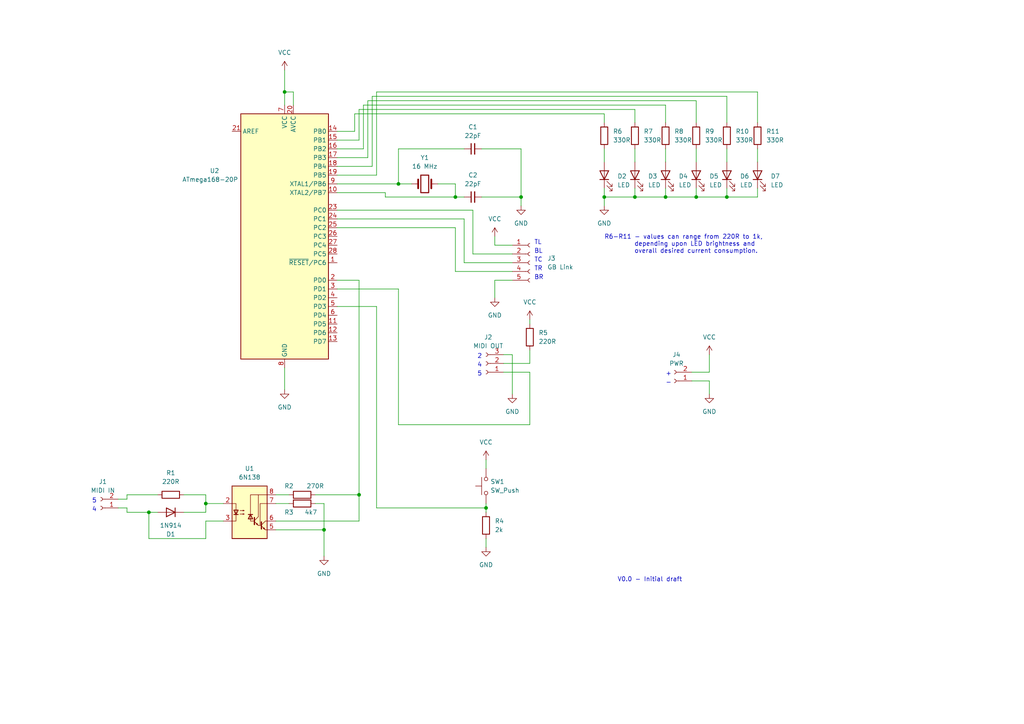
<source format=kicad_sch>
(kicad_sch (version 20211123) (generator eeschema)
  (paper "A4")
  (lib_symbols
    (symbol "Connector:Conn_01x02_Female" (pin_names (offset 1.016) hide)
      (property "Reference" "J" (at 0 2.54 0))
      (property "Value" "Conn_01x02_Female" (at 0 -5.08 0))
      (symbol "Conn_01x02_Female_1_1"
        (arc (start 0 -2.032) (mid -0.508 -2.54) (end 0 -3.048) (stroke (width 0.1524)))
        (polyline (pts (xy -1.27 -2.54) (xy -0.508 -2.54)) (stroke (width 0.1524)))
        (polyline (pts (xy -1.27 0) (xy -0.508 0)) (stroke (width 0.1524)))
        (arc (start 0 0.508) (mid -0.508 0) (end 0 -0.508) (stroke (width 0.1524)))
        (pin passive line (at -5.08 0 0) (length 3.81) (name "Pin_1") (number "1"))
        (pin passive line (at -5.08 -2.54 0) (length 3.81) (name "Pin_2") (number "2"))
      )
    )
    (symbol "Connector:Conn_01x03_Female" (pin_names (offset 1.016) hide)
      (property "Reference" "J" (at 0 5.08 0))
      (property "Value" "Conn_01x03_Female" (at 0 -5.08 0))
      (symbol "Conn_01x03_Female_1_1"
        (arc (start 0 -2.032) (mid -0.508 -2.54) (end 0 -3.048) (stroke (width 0.1524)))
        (polyline (pts (xy -1.27 -2.54) (xy -0.508 -2.54)) (stroke (width 0.1524)))
        (polyline (pts (xy -1.27 0) (xy -0.508 0)) (stroke (width 0.1524)))
        (polyline (pts (xy -1.27 2.54) (xy -0.508 2.54)) (stroke (width 0.1524)))
        (arc (start 0 0.508) (mid -0.508 0) (end 0 -0.508) (stroke (width 0.1524)))
        (arc (start 0 3.048) (mid -0.508 2.54) (end 0 2.032) (stroke (width 0.1524)))
        (pin passive line (at -5.08 2.54 0) (length 3.81) (name "Pin_1") (number "1"))
        (pin passive line (at -5.08 0 0) (length 3.81) (name "Pin_2") (number "2"))
        (pin passive line (at -5.08 -2.54 0) (length 3.81) (name "Pin_3") (number "3"))
      )
    )
    (symbol "Connector:Conn_01x05_Female" (pin_names (offset 1.016) hide)
      (property "Reference" "J" (at 0 7.62 0))
      (property "Value" "Conn_01x05_Female" (at 0 -7.62 0))
      (symbol "Conn_01x05_Female_1_1"
        (arc (start 0 -4.572) (mid -0.508 -5.08) (end 0 -5.588) (stroke (width 0.1524)))
        (arc (start 0 -2.032) (mid -0.508 -2.54) (end 0 -3.048) (stroke (width 0.1524)))
        (polyline (pts (xy -1.27 -5.08) (xy -0.508 -5.08)) (stroke (width 0.1524)))
        (polyline (pts (xy -1.27 -2.54) (xy -0.508 -2.54)) (stroke (width 0.1524)))
        (polyline (pts (xy -1.27 0) (xy -0.508 0)) (stroke (width 0.1524)))
        (polyline (pts (xy -1.27 2.54) (xy -0.508 2.54)) (stroke (width 0.1524)))
        (polyline (pts (xy -1.27 5.08) (xy -0.508 5.08)) (stroke (width 0.1524)))
        (arc (start 0 0.508) (mid -0.508 0) (end 0 -0.508) (stroke (width 0.1524)))
        (arc (start 0 3.048) (mid -0.508 2.54) (end 0 2.032) (stroke (width 0.1524)))
        (arc (start 0 5.588) (mid -0.508 5.08) (end 0 4.572) (stroke (width 0.1524)))
        (pin passive line (at -5.08 5.08 0) (length 3.81) (name "Pin_1") (number "1"))
        (pin passive line (at -5.08 2.54 0) (length 3.81) (name "Pin_2") (number "2"))
        (pin passive line (at -5.08 0 0) (length 3.81) (name "Pin_3") (number "3"))
        (pin passive line (at -5.08 -2.54 0) (length 3.81) (name "Pin_4") (number "4"))
        (pin passive line (at -5.08 -5.08 0) (length 3.81) (name "Pin_5") (number "5"))
      )
    )
    (symbol "Device:C_Small" (pin_numbers hide) (pin_names (offset 0.254) hide)
      (property "Reference" "C" (at 0.254 1.778 0))
      (property "Value" "C_Small" (at 0.254 -2.032 0))
      (symbol "C_Small_0_1"
        (polyline (pts (xy -1.524 -0.508) (xy 1.524 -0.508)) (stroke (width 0.3302)))
        (polyline (pts (xy -1.524 0.508) (xy 1.524 0.508)) (stroke (width 0.3048)))
      )
      (symbol "C_Small_1_1"
        (pin passive line (at 0 2.54 270) (length 2.032) (name "~") (number "1"))
        (pin passive line (at 0 -2.54 90) (length 2.032) (name "~") (number "2"))
      )
    )
    (symbol "Device:Crystal" (pin_numbers hide) (pin_names (offset 1.016) hide)
      (property "Reference" "Y" (at 0 3.81 0))
      (property "Value" "Crystal" (at 0 -3.81 0))
      (symbol "Crystal_0_1"
        (rectangle (start -1.143 2.54) (end 1.143 -2.54) (stroke (width 0.3048)))
        (polyline (pts (xy -2.54 0) (xy -1.905 0)))
        (polyline (pts (xy -1.905 -1.27) (xy -1.905 1.27)) (stroke (width 0.508)))
        (polyline (pts (xy 1.905 -1.27) (xy 1.905 1.27)) (stroke (width 0.508)))
        (polyline (pts (xy 2.54 0) (xy 1.905 0)))
      )
      (symbol "Crystal_1_1"
        (pin passive line (at -3.81 0 0) (length 1.27) (name "1") (number "1"))
        (pin passive line (at 3.81 0 180) (length 1.27) (name "2") (number "2"))
      )
    )
    (symbol "Device:LED" (pin_numbers hide) (pin_names (offset 1.016) hide)
      (property "Reference" "D" (at 0 2.54 0))
      (property "Value" "LED" (at 0 -2.54 0))
      (symbol "LED_0_1"
        (polyline (pts (xy -1.27 -1.27) (xy -1.27 1.27)) (stroke (width 0.254)))
        (polyline (pts (xy -1.27 0) (xy 1.27 0)))
        (polyline (pts (xy 1.27 -1.27) (xy 1.27 1.27) (xy -1.27 0) (xy 1.27 -1.27)) (stroke (width 0.254)))
        (polyline (pts (xy -3.048 -0.762) (xy -4.572 -2.286) (xy -3.81 -2.286) (xy -4.572 -2.286) (xy -4.572 -1.524)))
        (polyline (pts (xy -1.778 -0.762) (xy -3.302 -2.286) (xy -2.54 -2.286) (xy -3.302 -2.286) (xy -3.302 -1.524)))
      )
      (symbol "LED_1_1"
        (pin passive line (at -3.81 0 0) (length 2.54) (name "K") (number "1"))
        (pin passive line (at 3.81 0 180) (length 2.54) (name "A") (number "2"))
      )
    )
    (symbol "Device:R" (pin_numbers hide) (pin_names (offset 0))
      (property "Reference" "R" (at 2.032 0 90))
      (property "Value" "R" (at 0 0 90))
      (symbol "R_0_1"
        (rectangle (start -1.016 -2.54) (end 1.016 2.54) (stroke (width 0.254)))
      )
      (symbol "R_1_1"
        (pin passive line (at 0 3.81 270) (length 1.27) (name "~") (number "1"))
        (pin passive line (at 0 -3.81 90) (length 1.27) (name "~") (number "2"))
      )
    )
    (symbol "Diode:1N914" (pin_numbers hide) (pin_names hide)
      (property "Reference" "D" (at 0 2.54 0))
      (property "Value" "1N914" (at 0 -2.54 0))
      (symbol "1N914_0_1"
        (polyline (pts (xy -1.27 1.27) (xy -1.27 -1.27)) (stroke (width 0.254)))
        (polyline (pts (xy 1.27 0) (xy -1.27 0)))
        (polyline (pts (xy 1.27 1.27) (xy 1.27 -1.27) (xy -1.27 0) (xy 1.27 1.27)) (stroke (width 0.254)))
      )
      (symbol "1N914_1_1"
        (pin passive line (at -3.81 0 0) (length 2.54) (name "K") (number "1"))
        (pin passive line (at 3.81 0 180) (length 2.54) (name "A") (number "2"))
      )
    )
    (symbol "Isolator:6N138" (pin_names (offset 1.016) hide)
      (property "Reference" "U" (at -4.064 8.89 0))
      (property "Value" "6N138" (at 2.286 8.89 0))
      (symbol "6N138_0_1"
        (rectangle (start -5.08 7.62) (end 5.08 -7.62) (stroke (width 0.254)) (fill (type background)))
        (polyline (pts (xy -4.572 -0.635) (xy -3.302 -0.635)) (stroke (width 0.254)))
        (polyline (pts (xy 0.889 -0.635) (xy -0.381 -0.635)) (stroke (width 0.254)))
        (polyline (pts (xy 1.397 -2.667) (xy 2.54 -3.81)))
        (polyline (pts (xy 1.397 -2.413) (xy 2.54 -1.27)))
        (polyline (pts (xy 2.54 -3.81) (xy 3.175 -3.81)))
        (polyline (pts (xy 3.429 -3.937) (xy 4.572 -5.08)))
        (polyline (pts (xy 3.429 -3.683) (xy 4.572 -2.54)))
        (polyline (pts (xy 4.572 -5.08) (xy 5.08 -5.08)))
        (polyline (pts (xy 4.572 -2.54) (xy 5.08 -2.54)))
        (polyline (pts (xy 1.397 -1.524) (xy 1.397 -3.556) (xy 1.397 -3.556)) (stroke (width 0.3556)))
        (polyline (pts (xy 2.54 -1.27) (xy 2.54 5.08) (xy 5.08 5.08)))
        (polyline (pts (xy 3.429 -2.794) (xy 3.429 -4.826) (xy 3.429 -4.826)) (stroke (width 0.3556)))
        (polyline (pts (xy 5.08 2.54) (xy 3.048 2.54) (xy 3.048 -3.81)))
        (polyline (pts (xy -5.08 -2.54) (xy -3.937 -2.54) (xy -3.937 2.54) (xy -5.08 2.54)))
        (polyline (pts (xy -3.937 -0.635) (xy -4.572 0.635) (xy -3.302 0.635) (xy -3.937 -0.635)) (stroke (width 0.254)))
        (polyline (pts (xy 0.254 -0.635) (xy 0.889 -1.905) (xy -0.381 -1.905) (xy 0.254 -0.635)) (stroke (width 0.254)))
        (polyline (pts (xy 1.27 -2.54) (xy 0.254 -2.54) (xy 0.254 5.08) (xy 2.54 5.08)))
        (polyline (pts (xy 2.413 -3.683) (xy 2.159 -3.175) (xy 1.905 -3.429) (xy 2.413 -3.683)))
        (polyline (pts (xy 4.445 -4.953) (xy 4.191 -4.445) (xy 3.937 -4.699) (xy 4.445 -4.953)))
        (polyline (pts (xy -2.794 -0.508) (xy -1.524 -0.508) (xy -1.905 -0.635) (xy -1.905 -0.381) (xy -1.524 -0.508)))
        (polyline (pts (xy -2.794 0.508) (xy -1.524 0.508) (xy -1.905 0.381) (xy -1.905 0.635) (xy -1.524 0.508)))
      )
      (symbol "6N138_1_1"
        (pin no_connect line (at -5.08 5.08 0) (length 2.54) hide (name "NC") (number "1"))
        (pin passive line (at -7.62 2.54 0) (length 2.54) (name "C1") (number "2"))
        (pin passive line (at -7.62 -2.54 0) (length 2.54) (name "C2") (number "3"))
        (pin no_connect line (at -5.08 -5.08 0) (length 2.54) hide (name "NC") (number "4"))
        (pin passive line (at 7.62 -5.08 180) (length 2.54) (name "GND") (number "5"))
        (pin passive line (at 7.62 -2.54 180) (length 2.54) (name "VO2") (number "6"))
        (pin passive line (at 7.62 2.54 180) (length 2.54) (name "VO1") (number "7"))
        (pin passive line (at 7.62 5.08 180) (length 2.54) (name "VCC") (number "8"))
      )
    )
    (symbol "MCU_Microchip_ATmega:ATmega168-20P"
      (property "Reference" "U" (at -12.7 36.83 0))
      (property "Value" "ATmega168-20P" (at 2.54 -36.83 0))
      (symbol "ATmega168-20P_0_1"
        (rectangle (start -12.7 -35.56) (end 12.7 35.56) (stroke (width 0.254)) (fill (type background)))
      )
      (symbol "ATmega168-20P_1_1"
        (pin bidirectional line (at 15.24 -7.62 180) (length 2.54) (name "~{RESET}/PC6") (number "1"))
        (pin bidirectional line (at 15.24 12.7 180) (length 2.54) (name "XTAL2/PB7") (number "10"))
        (pin bidirectional line (at 15.24 -25.4 180) (length 2.54) (name "PD5") (number "11"))
        (pin bidirectional line (at 15.24 -27.94 180) (length 2.54) (name "PD6") (number "12"))
        (pin bidirectional line (at 15.24 -30.48 180) (length 2.54) (name "PD7") (number "13"))
        (pin bidirectional line (at 15.24 30.48 180) (length 2.54) (name "PB0") (number "14"))
        (pin bidirectional line (at 15.24 27.94 180) (length 2.54) (name "PB1") (number "15"))
        (pin bidirectional line (at 15.24 25.4 180) (length 2.54) (name "PB2") (number "16"))
        (pin bidirectional line (at 15.24 22.86 180) (length 2.54) (name "PB3") (number "17"))
        (pin bidirectional line (at 15.24 20.32 180) (length 2.54) (name "PB4") (number "18"))
        (pin bidirectional line (at 15.24 17.78 180) (length 2.54) (name "PB5") (number "19"))
        (pin bidirectional line (at 15.24 -12.7 180) (length 2.54) (name "PD0") (number "2"))
        (pin power_in line (at 2.54 38.1 270) (length 2.54) (name "AVCC") (number "20"))
        (pin passive line (at -15.24 30.48 0) (length 2.54) (name "AREF") (number "21"))
        (pin passive line (at 0 -38.1 90) (length 2.54) hide (name "GND") (number "22"))
        (pin bidirectional line (at 15.24 7.62 180) (length 2.54) (name "PC0") (number "23"))
        (pin bidirectional line (at 15.24 5.08 180) (length 2.54) (name "PC1") (number "24"))
        (pin bidirectional line (at 15.24 2.54 180) (length 2.54) (name "PC2") (number "25"))
        (pin bidirectional line (at 15.24 0 180) (length 2.54) (name "PC3") (number "26"))
        (pin bidirectional line (at 15.24 -2.54 180) (length 2.54) (name "PC4") (number "27"))
        (pin bidirectional line (at 15.24 -5.08 180) (length 2.54) (name "PC5") (number "28"))
        (pin bidirectional line (at 15.24 -15.24 180) (length 2.54) (name "PD1") (number "3"))
        (pin bidirectional line (at 15.24 -17.78 180) (length 2.54) (name "PD2") (number "4"))
        (pin bidirectional line (at 15.24 -20.32 180) (length 2.54) (name "PD3") (number "5"))
        (pin bidirectional line (at 15.24 -22.86 180) (length 2.54) (name "PD4") (number "6"))
        (pin power_in line (at 0 38.1 270) (length 2.54) (name "VCC") (number "7"))
        (pin power_in line (at 0 -38.1 90) (length 2.54) (name "GND") (number "8"))
        (pin bidirectional line (at 15.24 15.24 180) (length 2.54) (name "XTAL1/PB6") (number "9"))
      )
    )
    (symbol "Switch:SW_Push" (pin_numbers hide) (pin_names (offset 1.016) hide)
      (property "Reference" "SW" (at 1.27 2.54 0))
      (property "Value" "SW_Push" (at 0 -1.524 0))
      (symbol "SW_Push_0_1"
        (circle (center -2.032 0) (radius 0.508))
        (polyline (pts (xy 0 1.27) (xy 0 3.048)))
        (polyline (pts (xy 2.54 1.27) (xy -2.54 1.27)))
        (circle (center 2.032 0) (radius 0.508))
        (pin passive line (at -5.08 0 0) (length 2.54) (name "1") (number "1"))
        (pin passive line (at 5.08 0 180) (length 2.54) (name "2") (number "2"))
      )
    )
    (symbol "power:GND" (power) (pin_names (offset 0))
      (property "Value" "GND" (at 0 -3.81 0))
      (symbol "GND_0_1"
        (polyline (pts (xy 0 0) (xy 0 -1.27) (xy 1.27 -1.27) (xy 0 -2.54) (xy -1.27 -1.27) (xy 0 -1.27)))
      )
      (symbol "GND_1_1"
        (pin power_in line (at 0 0 270) (length 0) hide (name "GND") (number "1"))
      )
    )
    (symbol "power:VCC" (power) (pin_names (offset 0))
      (property "Value" "VCC" (at 0 3.81 0))
      (symbol "VCC_0_1"
        (polyline (pts (xy -0.762 1.27) (xy 0 2.54)))
        (polyline (pts (xy 0 0) (xy 0 2.54)))
        (polyline (pts (xy 0 2.54) (xy 0.762 1.27)))
      )
      (symbol "VCC_1_1"
        (pin power_in line (at 0 0 90) (length 0) hide (name "VCC") (number "1"))
      )
    )
  )
  (junction (at 59.69 146.05))
  (junction (at 210.82 57.15))
  (junction (at 132.08 57.15))
  (junction (at 201.93 57.15))
  (junction (at 115.57 53.34))
  (junction (at 93.98 153.67))
  (junction (at 193.04 57.15))
  (junction (at 104.14 143.51))
  (junction (at 175.26 57.15))
  (junction (at 184.15 57.15))
  (junction (at 82.55 26.67))
  (junction (at 43.18 148.59))
  (junction (at 151.13 57.15))
  (junction (at 140.97 147.32))
  (wire (pts (xy 104.14 151.13) (xy 104.14 143.51)))
  (wire (pts (xy 97.79 60.96) (xy 137.16 60.96)))
  (wire (pts (xy 175.26 54.61) (xy 175.26 57.15)))
  (wire (pts (xy 210.82 57.15) (xy 210.82 54.61)))
  (wire (pts (xy 80.01 146.05) (xy 83.82 146.05)))
  (wire (pts (xy 201.93 57.15) (xy 201.93 54.61)))
  (wire (pts (xy 219.71 26.67) (xy 219.71 35.56)))
  (wire (pts (xy 201.93 43.18) (xy 201.93 46.99)))
  (wire (pts (xy 97.79 66.04) (xy 132.08 66.04)))
  (wire (pts (xy 36.83 144.78) (xy 34.29 144.78)))
  (wire (pts (xy 91.44 143.51) (xy 104.14 143.51)))
  (wire (pts (xy 134.62 76.2) (xy 134.62 63.5)))
  (wire (pts (xy 36.83 143.51) (xy 45.72 143.51)))
  (wire (pts (xy 59.69 146.05) (xy 64.77 146.05)))
  (wire (pts (xy 132.08 57.15) (xy 134.62 57.15)))
  (wire (pts (xy 219.71 57.15) (xy 219.71 54.61)))
  (wire (pts (xy 184.15 31.75) (xy 184.15 35.56)))
  (wire (pts (xy 43.18 156.21) (xy 43.18 148.59)))
  (wire (pts (xy 105.41 43.18) (xy 105.41 30.48)))
  (wire (pts (xy 43.18 148.59) (xy 45.72 148.59)))
  (wire (pts (xy 97.79 43.18) (xy 105.41 43.18)))
  (wire (pts (xy 80.01 143.51) (xy 83.82 143.51)))
  (wire (pts (xy 200.66 110.49) (xy 205.74 110.49)))
  (wire (pts (xy 139.7 57.15) (xy 151.13 57.15)))
  (wire (pts (xy 93.98 146.05) (xy 93.98 153.67)))
  (wire (pts (xy 148.59 102.87) (xy 146.05 102.87)))
  (wire (pts (xy 80.01 153.67) (xy 93.98 153.67)))
  (wire (pts (xy 115.57 43.18) (xy 115.57 53.34)))
  (wire (pts (xy 148.59 71.12) (xy 143.51 71.12)))
  (wire (pts (xy 109.22 88.9) (xy 109.22 147.32)))
  (wire (pts (xy 85.09 30.48) (xy 85.09 26.67)))
  (wire (pts (xy 132.08 66.04) (xy 132.08 78.74)))
  (wire (pts (xy 132.08 57.15) (xy 111.76 57.15)))
  (wire (pts (xy 115.57 83.82) (xy 97.79 83.82)))
  (wire (pts (xy 115.57 53.34) (xy 97.79 53.34)))
  (wire (pts (xy 143.51 71.12) (xy 143.51 68.58)))
  (wire (pts (xy 97.79 48.26) (xy 107.95 48.26)))
  (wire (pts (xy 59.69 143.51) (xy 59.69 146.05)))
  (wire (pts (xy 102.87 33.02) (xy 175.26 33.02)))
  (wire (pts (xy 97.79 81.28) (xy 104.14 81.28)))
  (wire (pts (xy 82.55 20.32) (xy 82.55 26.67)))
  (wire (pts (xy 140.97 146.05) (xy 140.97 147.32)))
  (wire (pts (xy 97.79 40.64) (xy 104.14 40.64)))
  (wire (pts (xy 219.71 43.18) (xy 219.71 46.99)))
  (wire (pts (xy 210.82 43.18) (xy 210.82 46.99)))
  (wire (pts (xy 153.67 123.19) (xy 115.57 123.19)))
  (wire (pts (xy 148.59 81.28) (xy 143.51 81.28)))
  (wire (pts (xy 82.55 106.68) (xy 82.55 113.03)))
  (wire (pts (xy 184.15 57.15) (xy 184.15 54.61)))
  (wire (pts (xy 36.83 148.59) (xy 43.18 148.59)))
  (wire (pts (xy 106.68 45.72) (xy 106.68 29.21)))
  (wire (pts (xy 104.14 31.75) (xy 184.15 31.75)))
  (wire (pts (xy 184.15 43.18) (xy 184.15 46.99)))
  (wire (pts (xy 146.05 105.41) (xy 153.67 105.41)))
  (wire (pts (xy 107.95 27.94) (xy 210.82 27.94)))
  (wire (pts (xy 97.79 45.72) (xy 106.68 45.72)))
  (wire (pts (xy 137.16 60.96) (xy 137.16 73.66)))
  (wire (pts (xy 53.34 148.59) (xy 59.69 148.59)))
  (wire (pts (xy 175.26 33.02) (xy 175.26 35.56)))
  (wire (pts (xy 184.15 57.15) (xy 193.04 57.15)))
  (wire (pts (xy 175.26 57.15) (xy 175.26 59.69)))
  (wire (pts (xy 106.68 29.21) (xy 201.93 29.21)))
  (wire (pts (xy 109.22 147.32) (xy 140.97 147.32)))
  (wire (pts (xy 104.14 40.64) (xy 104.14 31.75)))
  (wire (pts (xy 148.59 114.3) (xy 148.59 102.87)))
  (wire (pts (xy 36.83 147.32) (xy 36.83 148.59)))
  (wire (pts (xy 109.22 50.8) (xy 109.22 26.67)))
  (wire (pts (xy 153.67 92.71) (xy 153.67 93.98)))
  (wire (pts (xy 80.01 151.13) (xy 104.14 151.13)))
  (wire (pts (xy 111.76 57.15) (xy 111.76 55.88)))
  (wire (pts (xy 59.69 156.21) (xy 43.18 156.21)))
  (wire (pts (xy 205.74 102.87) (xy 205.74 107.95)))
  (wire (pts (xy 134.62 63.5) (xy 97.79 63.5)))
  (wire (pts (xy 148.59 76.2) (xy 134.62 76.2)))
  (wire (pts (xy 82.55 26.67) (xy 82.55 30.48)))
  (wire (pts (xy 205.74 110.49) (xy 205.74 114.3)))
  (wire (pts (xy 153.67 107.95) (xy 153.67 123.19)))
  (wire (pts (xy 210.82 57.15) (xy 219.71 57.15)))
  (wire (pts (xy 97.79 38.1) (xy 102.87 38.1)))
  (wire (pts (xy 134.62 43.18) (xy 115.57 43.18)))
  (wire (pts (xy 107.95 48.26) (xy 107.95 27.94)))
  (wire (pts (xy 175.26 57.15) (xy 184.15 57.15)))
  (wire (pts (xy 34.29 147.32) (xy 36.83 147.32)))
  (wire (pts (xy 139.7 43.18) (xy 151.13 43.18)))
  (wire (pts (xy 59.69 148.59) (xy 59.69 146.05)))
  (wire (pts (xy 97.79 88.9) (xy 109.22 88.9)))
  (wire (pts (xy 105.41 30.48) (xy 193.04 30.48)))
  (wire (pts (xy 115.57 53.34) (xy 119.38 53.34)))
  (wire (pts (xy 127 53.34) (xy 132.08 53.34)))
  (wire (pts (xy 146.05 107.95) (xy 153.67 107.95)))
  (wire (pts (xy 140.97 133.35) (xy 140.97 135.89)))
  (wire (pts (xy 201.93 29.21) (xy 201.93 35.56)))
  (wire (pts (xy 140.97 156.21) (xy 140.97 158.75)))
  (wire (pts (xy 93.98 153.67) (xy 93.98 161.29)))
  (wire (pts (xy 132.08 53.34) (xy 132.08 57.15)))
  (wire (pts (xy 36.83 143.51) (xy 36.83 144.78)))
  (wire (pts (xy 82.55 26.67) (xy 85.09 26.67)))
  (wire (pts (xy 175.26 43.18) (xy 175.26 46.99)))
  (wire (pts (xy 115.57 123.19) (xy 115.57 83.82)))
  (wire (pts (xy 111.76 55.88) (xy 97.79 55.88)))
  (wire (pts (xy 193.04 57.15) (xy 201.93 57.15)))
  (wire (pts (xy 201.93 57.15) (xy 210.82 57.15)))
  (wire (pts (xy 140.97 147.32) (xy 140.97 148.59)))
  (wire (pts (xy 137.16 73.66) (xy 148.59 73.66)))
  (wire (pts (xy 151.13 57.15) (xy 151.13 59.69)))
  (wire (pts (xy 193.04 30.48) (xy 193.04 35.56)))
  (wire (pts (xy 210.82 27.94) (xy 210.82 35.56)))
  (wire (pts (xy 97.79 50.8) (xy 109.22 50.8)))
  (wire (pts (xy 193.04 57.15) (xy 193.04 54.61)))
  (wire (pts (xy 59.69 151.13) (xy 59.69 156.21)))
  (wire (pts (xy 132.08 78.74) (xy 148.59 78.74)))
  (wire (pts (xy 91.44 146.05) (xy 93.98 146.05)))
  (wire (pts (xy 104.14 143.51) (xy 104.14 81.28)))
  (wire (pts (xy 64.77 151.13) (xy 59.69 151.13)))
  (wire (pts (xy 143.51 81.28) (xy 143.51 86.36)))
  (wire (pts (xy 151.13 43.18) (xy 151.13 57.15)))
  (wire (pts (xy 102.87 38.1) (xy 102.87 33.02)))
  (wire (pts (xy 109.22 26.67) (xy 219.71 26.67)))
  (wire (pts (xy 53.34 143.51) (xy 59.69 143.51)))
  (wire (pts (xy 205.74 107.95) (xy 200.66 107.95)))
  (wire (pts (xy 193.04 43.18) (xy 193.04 46.99)))
  (wire (pts (xy 153.67 105.41) (xy 153.67 101.6)))
  (text "5" (at 26.67 146.05 0) (effects (font (size 1.27 1.27)) (justify left bottom)))
  (text "TR" (at 154.94 78.74 0) (effects (font (size 1.27 1.27)) (justify left bottom)))
  (text "BL" (at 154.94 73.66 0) (effects (font (size 1.27 1.27)) (justify left bottom)))
  (text "TC" (at 154.94 76.2 0) (effects (font (size 1.27 1.27)) (justify left bottom)))
  (text "4" (at 138.43 106.68 0) (effects (font (size 1.27 1.27)) (justify left bottom)))
  (text "+" (at 193.04 109.22 0) (effects (font (size 1.27 1.27)) (justify left bottom)))
  (text "R6-R11 - values can range from 220R to 1k, \n         depending upon LED brightness and \n         overall desired current consumption." (at 175.26 73.66 0) (effects (font (size 1.27 1.27)) (justify left bottom)))
  (text "2" (at 138.43 104.14 0) (effects (font (size 1.27 1.27)) (justify left bottom)))
  (text "-" (at 193.04 111.76 0) (effects (font (size 1.27 1.27)) (justify left bottom)))
  (text "5" (at 138.43 109.22 0) (effects (font (size 1.27 1.27)) (justify left bottom)))
  (text "V0.0 - Initial draft" (at 179.07 168.91 0) (effects (font (size 1.27 1.27)) (justify left bottom)))
  (text "TL" (at 154.94 71.12 0) (effects (font (size 1.27 1.27)) (justify left bottom)))
  (text "BR" (at 154.94 81.28 0) (effects (font (size 1.27 1.27)) (justify left bottom)))
  (text "4" (at 26.67 148.59 0) (effects (font (size 1.27 1.27)) (justify left bottom)))
  (symbol (lib_id "power:VCC") (at 153.67 92.71 0) (unit 1)
    (property "Reference" "#PWR010" (effects hide))
    (property "Value" "VCC" (at 153.67 87.63 0))
  )
  (symbol (lib_id "power:GND") (at 82.55 113.03 0) (unit 1)
    (property "Reference" "#PWR02" (effects hide))
    (property "Value" "GND" (at 82.55 118.11 0))
  )
  (symbol (lib_id "Device:C_Small") (at 137.16 43.18 90) (unit 1)
    (property "Reference" "C1" (at 137.16 36.83 90))
    (property "Value" "22pF" (at 137.16 39.37 90))
  )
  (symbol (lib_id "Connector:Conn_01x02_Female") (at 29.21 147.32 180) (unit 1)
    (property "Reference" "J1" (at 29.845 139.7 0))
    (property "Value" "MIDI IN" (at 29.845 142.24 0))
  )
  (symbol (lib_id "Switch:SW_Push") (at 140.97 140.97 90) (unit 1)
    (property "Reference" "SW1" (at 142.24 139.6999 90) (effects (justify right)))
    (property "Value" "SW_Push" (at 142.24 142.2399 90) (effects (justify right)))
  )
  (symbol (lib_id "power:GND") (at 205.74 114.3 0) (unit 1)
    (property "Reference" "#PWR013" (effects hide))
    (property "Value" "GND" (at 205.74 119.38 0))
  )
  (symbol (lib_id "power:VCC") (at 143.51 68.58 0) (unit 1)
    (property "Reference" "#PWR06" (effects hide))
    (property "Value" "VCC" (at 143.51 63.5 0))
  )
  (symbol (lib_id "Device:R") (at 140.97 152.4 0) (unit 1)
    (property "Reference" "R4" (at 143.51 151.1299 0) (effects (justify left)))
    (property "Value" "2k" (at 143.51 153.6699 0) (effects (justify left)))
  )
  (symbol (lib_id "Device:R") (at 87.63 143.51 90) (unit 1)
    (property "Reference" "R2" (at 83.82 140.97 90))
    (property "Value" "270R" (at 91.44 140.97 90))
  )
  (symbol (lib_id "Device:LED") (at 201.93 50.8 90) (unit 1)
    (property "Reference" "D5" (at 205.74 51.1174 90) (effects (justify right)))
    (property "Value" "LED" (at 205.74 53.6574 90) (effects (justify right)))
  )
  (symbol (lib_id "Connector:Conn_01x05_Female") (at 153.67 76.2 0) (unit 1)
    (property "Reference" "J3" (at 158.75 74.93 0) (effects (justify left)))
    (property "Value" "GB Link" (at 158.75 77.47 0) (effects (justify left)))
  )
  (symbol (lib_id "Device:LED") (at 175.26 50.8 90) (unit 1)
    (property "Reference" "D2" (at 179.07 51.1174 90) (effects (justify right)))
    (property "Value" "LED" (at 179.07 53.6574 90) (effects (justify right)))
  )
  (symbol (lib_id "Device:LED") (at 210.82 50.8 90) (unit 1)
    (property "Reference" "D6" (at 214.63 51.1174 90) (effects (justify right)))
    (property "Value" "LED" (at 214.63 53.6574 90) (effects (justify right)))
  )
  (symbol (lib_id "MCU_Microchip_ATmega:ATmega168-20P") (at 82.55 68.58 0) (unit 1)
    (property "Reference" "U2" (at 62.23 49.53 0))
    (property "Value" "ATmega168-20P" (at 60.96 52.07 0))
    (property "Footprint" "Package_DIP:DIP-28_W7.62mm" (effects hide))
    (property "Datasheet" "http://ww1.microchip.com/downloads/en/DeviceDoc/Atmel-2545-8-bit-AVR-Microcontroller-ATmega48-88-168_Datasheet.pdf" (effects hide))
  )
  (symbol (lib_id "power:VCC") (at 205.74 102.87 0) (unit 1)
    (property "Reference" "#PWR012" (effects hide))
    (property "Value" "VCC" (at 205.74 97.79 0))
  )
  (symbol (lib_id "power:GND") (at 148.59 114.3 0) (unit 1)
    (property "Reference" "#PWR08" (effects hide))
    (property "Value" "GND" (at 148.59 119.38 0))
  )
  (symbol (lib_id "Connector:Conn_01x03_Female") (at 140.97 105.41 180) (unit 1)
    (property "Reference" "J2" (at 141.605 97.79 0))
    (property "Value" "MIDI OUT" (at 141.605 100.33 0))
  )
  (symbol (lib_id "Device:Crystal") (at 123.19 53.34 0) (unit 1)
    (property "Reference" "Y1" (at 123.19 45.72 0))
    (property "Value" "16 MHz" (at 123.19 48.26 0))
  )
  (symbol (lib_id "Diode:1N914") (at 49.53 148.59 180) (unit 1)
    (property "Reference" "D1" (at 49.53 154.94 0))
    (property "Value" "1N914" (at 49.53 152.4 0))
    (property "Footprint" "Diode_THT:D_DO-35_SOD27_P7.62mm_Horizontal" (effects hide))
    (property "Datasheet" "http://www.vishay.com/docs/85622/1n914.pdf" (effects hide))
  )
  (symbol (lib_id "Device:LED") (at 219.71 50.8 90) (unit 1)
    (property "Reference" "D7" (at 223.52 51.1174 90) (effects (justify right)))
    (property "Value" "LED" (at 223.52 53.6574 90) (effects (justify right)))
  )
  (symbol (lib_id "Device:LED") (at 193.04 50.8 90) (unit 1)
    (property "Reference" "D4" (at 196.85 51.1174 90) (effects (justify right)))
    (property "Value" "LED" (at 196.85 53.6574 90) (effects (justify right)))
  )
  (symbol (lib_id "Device:R") (at 49.53 143.51 90) (unit 1)
    (property "Reference" "R1" (at 49.53 137.16 90))
    (property "Value" "220R" (at 49.53 139.7 90))
  )
  (symbol (lib_id "power:VCC") (at 140.97 133.35 0) (unit 1)
    (property "Reference" "#PWR04" (effects hide))
    (property "Value" "VCC" (at 140.97 128.27 0))
  )
  (symbol (lib_id "Device:R") (at 219.71 39.37 0) (unit 1)
    (property "Reference" "R11" (at 222.25 38.0999 0) (effects (justify left)))
    (property "Value" "330R" (at 222.25 40.6399 0) (effects (justify left)))
  )
  (symbol (lib_id "Device:R") (at 175.26 39.37 0) (unit 1)
    (property "Reference" "R6" (at 177.8 38.0999 0) (effects (justify left)))
    (property "Value" "330R" (at 177.8 40.6399 0) (effects (justify left)))
  )
  (symbol (lib_id "Device:R") (at 201.93 39.37 0) (unit 1)
    (property "Reference" "R9" (at 204.47 38.0999 0) (effects (justify left)))
    (property "Value" "330R" (at 204.47 40.6399 0) (effects (justify left)))
  )
  (symbol (lib_id "Connector:Conn_01x02_Female") (at 195.58 110.49 180) (unit 1)
    (property "Reference" "J4" (at 196.215 102.87 0))
    (property "Value" "PWR" (at 196.215 105.41 0))
  )
  (symbol (lib_id "power:GND") (at 151.13 59.69 0) (unit 1)
    (property "Reference" "#PWR09" (effects hide))
    (property "Value" "GND" (at 151.13 64.77 0))
  )
  (symbol (lib_id "power:GND") (at 143.51 86.36 0) (unit 1)
    (property "Reference" "#PWR07" (effects hide))
    (property "Value" "GND" (at 143.51 91.44 0))
  )
  (symbol (lib_id "power:GND") (at 175.26 59.69 0) (unit 1)
    (property "Reference" "#PWR011" (effects hide))
    (property "Value" "GND" (at 175.26 64.77 0))
  )
  (symbol (lib_id "Device:R") (at 193.04 39.37 0) (unit 1)
    (property "Reference" "R8" (at 195.58 38.0999 0) (effects (justify left)))
    (property "Value" "330R" (at 195.58 40.6399 0) (effects (justify left)))
  )
  (symbol (lib_id "power:GND") (at 140.97 158.75 0) (unit 1)
    (property "Reference" "#PWR05" (effects hide))
    (property "Value" "GND" (at 140.97 163.83 0))
  )
  (symbol (lib_id "Device:R") (at 184.15 39.37 0) (unit 1)
    (property "Reference" "R7" (at 186.69 38.0999 0) (effects (justify left)))
    (property "Value" "330R" (at 186.69 40.6399 0) (effects (justify left)))
  )
  (symbol (lib_id "Device:R") (at 210.82 39.37 0) (unit 1)
    (property "Reference" "R10" (at 213.36 38.0999 0) (effects (justify left)))
    (property "Value" "330R" (at 213.36 40.6399 0) (effects (justify left)))
  )
  (symbol (lib_id "Isolator:6N138") (at 72.39 148.59 0) (unit 1)
    (property "Reference" "U1" (at 72.39 135.89 0))
    (property "Value" "6N138" (at 72.39 138.43 0))
    (property "Datasheet" "http://www.onsemi.com/pub/Collateral/HCPL2731-D.pdf" (effects hide))
  )
  (symbol (lib_id "Device:C_Small") (at 137.16 57.15 90) (unit 1)
    (property "Reference" "C2" (at 137.1663 50.8 90))
    (property "Value" "22pF" (at 137.1663 53.34 90))
  )
  (symbol (lib_id "Device:R") (at 87.63 146.05 90) (unit 1)
    (property "Reference" "R3" (at 83.82 148.59 90))
    (property "Value" "4k7" (at 90.17 148.59 90))
  )
  (symbol (lib_id "Device:R") (at 153.67 97.79 0) (unit 1)
    (property "Reference" "R5" (at 156.21 96.5199 0) (effects (justify left)))
    (property "Value" "220R" (at 156.21 99.0599 0) (effects (justify left)))
  )
  (symbol (lib_id "power:GND") (at 93.98 161.29 0) (unit 1)
    (property "Reference" "#PWR03" (effects hide))
    (property "Value" "GND" (at 93.98 166.37 0))
  )
  (symbol (lib_id "power:VCC") (at 82.55 20.32 0) (unit 1)
    (property "Reference" "#PWR01" (effects hide))
    (property "Value" "VCC" (at 82.55 15.24 0))
  )
  (symbol (lib_id "Device:LED") (at 184.15 50.8 90) (unit 1)
    (property "Reference" "D3" (at 187.96 51.1174 90) (effects (justify right)))
    (property "Value" "LED" (at 187.96 53.6574 90) (effects (justify right)))
  )
)
</source>
